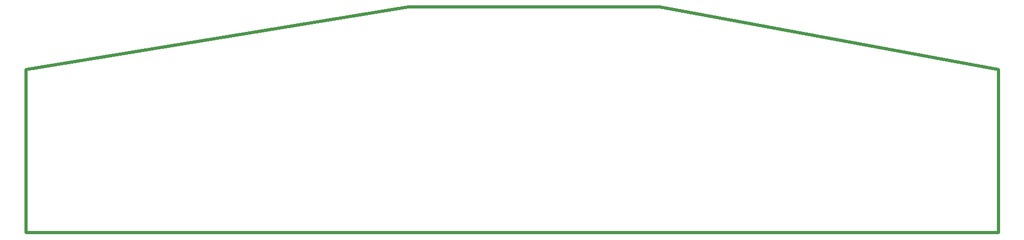
<source format=gm1>
%TF.GenerationSoftware,KiCad,Pcbnew,(6.0.7)*%
%TF.CreationDate,2023-01-05T15:51:32-03:00*%
%TF.ProjectId,EMAC2.0_ext_PCB,454d4143-322e-4305-9f65-78745f504342,rev?*%
%TF.SameCoordinates,Original*%
%TF.FileFunction,Profile,NP*%
%FSLAX46Y46*%
G04 Gerber Fmt 4.6, Leading zero omitted, Abs format (unit mm)*
G04 Created by KiCad (PCBNEW (6.0.7)) date 2023-01-05 15:51:32*
%MOMM*%
%LPD*%
G01*
G04 APERTURE LIST*
%TA.AperFunction,Profile*%
%ADD10C,0.500000*%
%TD*%
G04 APERTURE END LIST*
D10*
X209000000Y-105000000D02*
X209000000Y-131000000D01*
X209000000Y-131000000D02*
X54000000Y-131000000D01*
X54000000Y-105000000D02*
X115000000Y-95000000D01*
X115000000Y-95000000D02*
X155000000Y-95000000D01*
X54000000Y-131000000D02*
X54000000Y-105000000D01*
X155000000Y-95000000D02*
X209000000Y-105000000D01*
M02*

</source>
